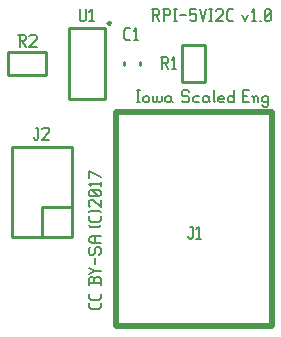
<source format=gbr>
G04 start of page 8 for group -4079 idx -4079 *
G04 Title: (unknown), topsilk *
G04 Creator: pcb 20140316 *
G04 CreationDate: Sat 04 Mar 2017 04:47:27 AM GMT UTC *
G04 For: petersen *
G04 Format: Gerber/RS-274X *
G04 PCB-Dimensions (mil): 1000.00 1100.00 *
G04 PCB-Coordinate-Origin: lower left *
%MOIN*%
%FSLAX25Y25*%
%LNTOPSILK*%
%ADD62C,0.0200*%
%ADD61C,0.0100*%
%ADD60C,0.0080*%
G54D60*X56500Y106500D02*X58500D01*
X59000Y106000D01*
Y105000D01*
X58500Y104500D02*X59000Y105000D01*
X57000Y104500D02*X58500D01*
X57000Y106500D02*Y102500D01*
X57800Y104500D02*X59000Y102500D01*
X60700Y106500D02*Y102500D01*
X60200Y106500D02*X62200D01*
X62700Y106000D01*
Y105000D01*
X62200Y104500D02*X62700Y105000D01*
X60700Y104500D02*X62200D01*
X63900Y106500D02*X64900D01*
X64400D02*Y102500D01*
X63900D02*X64900D01*
X66100Y104500D02*X68100D01*
X69300Y106500D02*X71300D01*
X69300D02*Y104500D01*
X69800Y105000D01*
X70800D01*
X71300Y104500D01*
Y103000D01*
X70800Y102500D02*X71300Y103000D01*
X69800Y102500D02*X70800D01*
X69300Y103000D02*X69800Y102500D01*
X72500Y106500D02*X73500Y102500D01*
X74500Y106500D01*
X75700D02*X76700D01*
X76200D02*Y102500D01*
X75700D02*X76700D01*
X77900Y106000D02*X78400Y106500D01*
X79900D01*
X80400Y106000D01*
Y105000D01*
X77900Y102500D02*X80400Y105000D01*
X77900Y102500D02*X80400D01*
X82300D02*X83600D01*
X81600Y103200D02*X82300Y102500D01*
X81600Y105800D02*Y103200D01*
Y105800D02*X82300Y106500D01*
X83600D01*
X86600Y104500D02*X87600Y102500D01*
X88600Y104500D02*X87600Y102500D01*
X89800Y105700D02*X90600Y106500D01*
Y102500D01*
X89800D02*X91300D01*
X92500D02*X93000D01*
X94200Y103000D02*X94700Y102500D01*
X94200Y106000D02*Y103000D01*
Y106000D02*X94700Y106500D01*
X95700D01*
X96200Y106000D01*
Y103000D01*
X95700Y102500D02*X96200Y103000D01*
X94700Y102500D02*X95700D01*
X94200Y103500D02*X96200Y105500D01*
X51500Y79500D02*X52500D01*
X52000D02*Y75500D01*
X51500D02*X52500D01*
X53700Y77000D02*Y76000D01*
Y77000D02*X54200Y77500D01*
X55200D01*
X55700Y77000D01*
Y76000D01*
X55200Y75500D02*X55700Y76000D01*
X54200Y75500D02*X55200D01*
X53700Y76000D02*X54200Y75500D01*
X56900Y77500D02*Y76000D01*
X57400Y75500D01*
X57900D01*
X58400Y76000D01*
Y77500D02*Y76000D01*
X58900Y75500D01*
X59400D01*
X59900Y76000D01*
Y77500D02*Y76000D01*
X62600Y77500D02*X63100Y77000D01*
X61600Y77500D02*X62600D01*
X61100Y77000D02*X61600Y77500D01*
X61100Y77000D02*Y76000D01*
X61600Y75500D01*
X63100Y77500D02*Y76000D01*
X63600Y75500D01*
X61600D02*X62600D01*
X63100Y76000D01*
X68600Y79500D02*X69100Y79000D01*
X67100Y79500D02*X68600D01*
X66600Y79000D02*X67100Y79500D01*
X66600Y79000D02*Y78000D01*
X67100Y77500D01*
X68600D01*
X69100Y77000D01*
Y76000D01*
X68600Y75500D02*X69100Y76000D01*
X67100Y75500D02*X68600D01*
X66600Y76000D02*X67100Y75500D01*
X70800Y77500D02*X72300D01*
X70300Y77000D02*X70800Y77500D01*
X70300Y77000D02*Y76000D01*
X70800Y75500D01*
X72300D01*
X75000Y77500D02*X75500Y77000D01*
X74000Y77500D02*X75000D01*
X73500Y77000D02*X74000Y77500D01*
X73500Y77000D02*Y76000D01*
X74000Y75500D01*
X75500Y77500D02*Y76000D01*
X76000Y75500D01*
X74000D02*X75000D01*
X75500Y76000D01*
X77200Y79500D02*Y76000D01*
X77700Y75500D01*
X79200D02*X80700D01*
X78700Y76000D02*X79200Y75500D01*
X78700Y77000D02*Y76000D01*
Y77000D02*X79200Y77500D01*
X80200D01*
X80700Y77000D01*
X78700Y76500D02*X80700D01*
Y77000D02*Y76500D01*
X83900Y79500D02*Y75500D01*
X83400D02*X83900Y76000D01*
X82400Y75500D02*X83400D01*
X81900Y76000D02*X82400Y75500D01*
X81900Y77000D02*Y76000D01*
Y77000D02*X82400Y77500D01*
X83400D01*
X83900Y77000D01*
X86900Y77700D02*X88400D01*
X86900Y75500D02*X88900D01*
X86900Y79500D02*Y75500D01*
Y79500D02*X88900D01*
X90600Y77000D02*Y75500D01*
Y77000D02*X91100Y77500D01*
X91600D01*
X92100Y77000D01*
Y75500D01*
X90100Y77500D02*X90600Y77000D01*
X94800Y77500D02*X95300Y77000D01*
X93800Y77500D02*X94800D01*
X93300Y77000D02*X93800Y77500D01*
X93300Y77000D02*Y76000D01*
X93800Y75500D01*
X94800D01*
X95300Y76000D01*
X93300Y74500D02*X93800Y74000D01*
X94800D01*
X95300Y74500D01*
Y77500D02*Y74500D01*
X39500Y8500D02*Y7200D01*
X38800Y6500D02*X39500Y7200D01*
X36200Y6500D02*X38800D01*
X36200D02*X35500Y7200D01*
Y8500D02*Y7200D01*
X39500Y11700D02*Y10400D01*
X38800Y9700D02*X39500Y10400D01*
X36200Y9700D02*X38800D01*
X36200D02*X35500Y10400D01*
Y11700D02*Y10400D01*
X39500Y16700D02*Y14700D01*
Y16700D02*X39000Y17200D01*
X37800D02*X39000D01*
X37300Y16700D02*X37800Y17200D01*
X37300Y16700D02*Y15200D01*
X35500D02*X39500D01*
X35500Y16700D02*Y14700D01*
Y16700D02*X36000Y17200D01*
X36800D01*
X37300Y16700D02*X36800Y17200D01*
X35500Y18400D02*X37500Y19400D01*
X35500Y20400D01*
X37500Y19400D02*X39500D01*
X37500Y23600D02*Y21600D01*
X35500Y26800D02*X36000Y27300D01*
X35500Y26800D02*Y25300D01*
X36000Y24800D02*X35500Y25300D01*
X36000Y24800D02*X37000D01*
X37500Y25300D01*
Y26800D02*Y25300D01*
Y26800D02*X38000Y27300D01*
X39000D01*
X39500Y26800D02*X39000Y27300D01*
X39500Y26800D02*Y25300D01*
X39000Y24800D02*X39500Y25300D01*
X36500Y28500D02*X39500D01*
X36500D02*X35500Y29200D01*
Y30300D02*Y29200D01*
Y30300D02*X36500Y31000D01*
X39500D01*
X37500D02*Y28500D01*
X39000Y34000D02*X39500Y34500D01*
X36000Y34000D02*X35500Y34500D01*
X36000Y34000D02*X39000D01*
X39500Y37700D02*Y36400D01*
X38800Y35700D02*X39500Y36400D01*
X36200Y35700D02*X38800D01*
X36200D02*X35500Y36400D01*
Y37700D02*Y36400D01*
Y38900D02*X36000Y39400D01*
X39000D01*
X39500Y38900D02*X39000Y39400D01*
X36000Y40600D02*X35500Y41100D01*
Y42600D02*Y41100D01*
Y42600D02*X36000Y43100D01*
X37000D01*
X39500Y40600D02*X37000Y43100D01*
X39500D02*Y40600D01*
X39000Y44300D02*X39500Y44800D01*
X36000Y44300D02*X39000D01*
X36000D02*X35500Y44800D01*
Y45800D02*Y44800D01*
Y45800D02*X36000Y46300D01*
X39000D01*
X39500Y45800D02*X39000Y46300D01*
X39500Y45800D02*Y44800D01*
X38500Y44300D02*X36500Y46300D01*
X36300Y47500D02*X35500Y48300D01*
X39500D01*
Y49000D02*Y47500D01*
Y50700D02*X35500Y52700D01*
Y50200D01*
G54D61*X74241Y94799D02*Y82201D01*
X66759D02*X74241D01*
X66759Y94799D02*Y82201D01*
Y94799D02*X74241D01*
G54D62*X96500Y72300D02*Y1000D01*
X44500Y72300D02*Y1000D01*
Y72300D02*X96500D01*
X44500Y1000D02*X96500Y980D01*
G54D61*X8701Y92241D02*X21299D01*
Y84759D01*
X8701D02*X21299D01*
X8701Y92241D02*Y84759D01*
X47245Y88893D02*Y88107D01*
X52755Y88893D02*Y88107D01*
X40906Y100311D02*Y76689D01*
X29094D02*X40906D01*
X29094Y100311D02*Y76689D01*
Y100311D02*X40906D01*
X42406Y102311D02*G75*G03X42406Y102311I0J-500D01*G01*
X30000Y60700D02*Y30700D01*
X10000Y60700D02*X30000D01*
X10000D02*Y30700D01*
X30000D01*
X20000Y40700D02*X30000D01*
X20000D02*Y30700D01*
G54D60*X69357Y34000D02*X70157D01*
Y30500D01*
X69657Y30000D02*X70157Y30500D01*
X69157Y30000D02*X69657D01*
X68657Y30500D02*X69157Y30000D01*
X68657Y31000D02*Y30500D01*
X71357Y33200D02*X72157Y34000D01*
Y30000D01*
X71357D02*X72857D01*
X12000Y98000D02*X14000D01*
X14500Y97500D01*
Y96500D01*
X14000Y96000D02*X14500Y96500D01*
X12500Y96000D02*X14000D01*
X12500Y98000D02*Y94000D01*
X13300Y96000D02*X14500Y94000D01*
X15700Y97500D02*X16200Y98000D01*
X17700D01*
X18200Y97500D01*
Y96500D01*
X15700Y94000D02*X18200Y96500D01*
X15700Y94000D02*X18200D01*
X59500Y90500D02*X61500D01*
X62000Y90000D01*
Y89000D01*
X61500Y88500D02*X62000Y89000D01*
X60000Y88500D02*X61500D01*
X60000Y90500D02*Y86500D01*
X60800Y88500D02*X62000Y86500D01*
X63200Y89700D02*X64000Y90500D01*
Y86500D01*
X63200D02*X64700D01*
X48093Y96150D02*X49393D01*
X47393Y96850D02*X48093Y96150D01*
X47393Y99450D02*Y96850D01*
Y99450D02*X48093Y100150D01*
X49393D01*
X50593Y99350D02*X51393Y100150D01*
Y96150D01*
X50593D02*X52093D01*
X32500Y106500D02*Y103000D01*
X33000Y102500D01*
X34000D01*
X34500Y103000D01*
Y106500D02*Y103000D01*
X35700Y105700D02*X36500Y106500D01*
Y102500D01*
X35700D02*X37200D01*
X17900Y67000D02*X18700D01*
Y63500D01*
X18200Y63000D02*X18700Y63500D01*
X17700Y63000D02*X18200D01*
X17200Y63500D02*X17700Y63000D01*
X17200Y64000D02*Y63500D01*
X19900Y66500D02*X20400Y67000D01*
X21900D01*
X22400Y66500D01*
Y65500D01*
X19900Y63000D02*X22400Y65500D01*
X19900Y63000D02*X22400D01*
M02*

</source>
